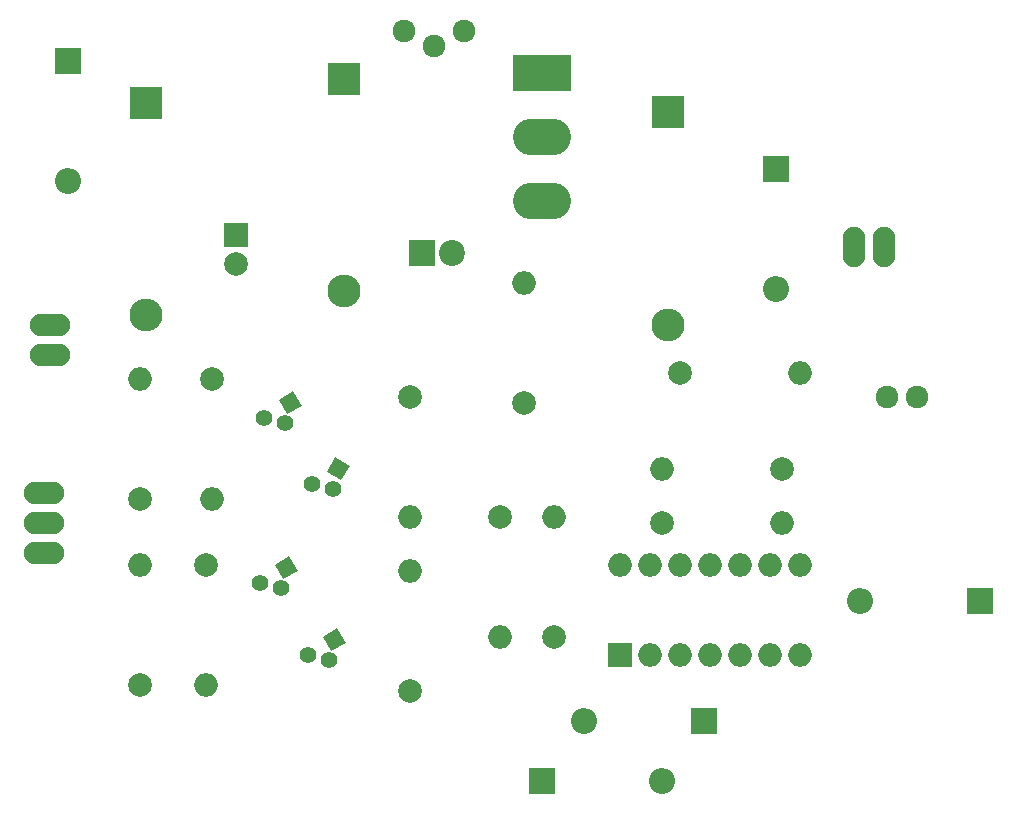
<source format=gbr>
G04 #@! TF.FileFunction,Soldermask,Top*
%FSLAX46Y46*%
G04 Gerber Fmt 4.6, Leading zero omitted, Abs format (unit mm)*
G04 Created by KiCad (PCBNEW 4.0.5) date 06/09/17 23:26:50*
%MOMM*%
%LPD*%
G01*
G04 APERTURE LIST*
%ADD10C,0.100000*%
%ADD11R,2.800000X2.800000*%
%ADD12O,2.800000X2.800000*%
%ADD13C,1.400000*%
%ADD14R,2.000000X2.000000*%
%ADD15C,2.000000*%
%ADD16R,2.200000X2.200000*%
%ADD17O,2.200000X2.200000*%
%ADD18C,2.200000*%
%ADD19O,3.414980X1.906220*%
%ADD20O,1.906220X3.414980*%
%ADD21O,2.000000X2.000000*%
%ADD22C,1.924000*%
%ADD23R,4.900000X3.100000*%
%ADD24O,4.900000X3.100000*%
G04 APERTURE END LIST*
D10*
D11*
X132080000Y-87884000D03*
D12*
X132080000Y-105884000D03*
D13*
X143807148Y-115018852D03*
X142072295Y-114554000D03*
D10*
G36*
X143315782Y-113027782D02*
X144528218Y-112327782D01*
X145228218Y-113540218D01*
X144015782Y-114240218D01*
X143315782Y-113027782D01*
X143315782Y-113027782D01*
G37*
D14*
X139700000Y-99060000D03*
D15*
X139700000Y-101560000D03*
D11*
X176276000Y-88680000D03*
D12*
X176276000Y-106680000D03*
D16*
X125476000Y-84328000D03*
D17*
X125476000Y-94488000D03*
D16*
X165608000Y-145288000D03*
D17*
X175768000Y-145288000D03*
D16*
X179324000Y-140208000D03*
D17*
X169164000Y-140208000D03*
D16*
X155448000Y-100584000D03*
D18*
X157988000Y-100584000D03*
D16*
X185420000Y-93472000D03*
D17*
X185420000Y-103632000D03*
D16*
X202692000Y-130048000D03*
D17*
X192532000Y-130048000D03*
D19*
X123952000Y-109220000D03*
X123952000Y-106680000D03*
X123444000Y-125984000D03*
X123444000Y-123444000D03*
X123444000Y-120904000D03*
D20*
X194564000Y-100076000D03*
X192024000Y-100076000D03*
D13*
X143466853Y-128988852D03*
X141732000Y-128524000D03*
D10*
G36*
X142975487Y-126997782D02*
X144187923Y-126297782D01*
X144887923Y-127510218D01*
X143675487Y-128210218D01*
X142975487Y-126997782D01*
X142975487Y-126997782D01*
G37*
D13*
X147871148Y-120606852D03*
X146136295Y-120142000D03*
D10*
G36*
X147379782Y-119128218D02*
X148079782Y-117915782D01*
X149292218Y-118615782D01*
X148592218Y-119828218D01*
X147379782Y-119128218D01*
X147379782Y-119128218D01*
G37*
D13*
X147530853Y-135084852D03*
X145796000Y-134620000D03*
D10*
G36*
X147039487Y-133093782D02*
X148251923Y-132393782D01*
X148951923Y-133606218D01*
X147739487Y-134306218D01*
X147039487Y-133093782D01*
X147039487Y-133093782D01*
G37*
D15*
X131572000Y-121412000D03*
D21*
X131572000Y-111252000D03*
D15*
X131572000Y-137160000D03*
D21*
X131572000Y-127000000D03*
D15*
X137668000Y-111252000D03*
D21*
X137668000Y-121412000D03*
D15*
X137160000Y-127000000D03*
D21*
X137160000Y-137160000D03*
D15*
X154432000Y-112776000D03*
D21*
X154432000Y-122936000D03*
D15*
X154432000Y-137668000D03*
D21*
X154432000Y-127508000D03*
D15*
X166624000Y-133096000D03*
D21*
X166624000Y-122936000D03*
D15*
X162052000Y-122936000D03*
D21*
X162052000Y-133096000D03*
D15*
X175768000Y-123444000D03*
D21*
X185928000Y-123444000D03*
D15*
X185928000Y-118872000D03*
D21*
X175768000Y-118872000D03*
D15*
X177292000Y-110744000D03*
D21*
X187452000Y-110744000D03*
D15*
X164084000Y-113284000D03*
D21*
X164084000Y-103124000D03*
D14*
X172212000Y-134620000D03*
D21*
X187452000Y-127000000D03*
X174752000Y-134620000D03*
X184912000Y-127000000D03*
X177292000Y-134620000D03*
X182372000Y-127000000D03*
X179832000Y-134620000D03*
X179832000Y-127000000D03*
X182372000Y-134620000D03*
X177292000Y-127000000D03*
X184912000Y-134620000D03*
X174752000Y-127000000D03*
X187452000Y-134620000D03*
X172212000Y-127000000D03*
D11*
X148844000Y-85852000D03*
D12*
X148844000Y-103852000D03*
D22*
X194818000Y-112776000D03*
X197358000Y-112776000D03*
D23*
X165608000Y-85344000D03*
D24*
X165608000Y-90794000D03*
X165608000Y-96244000D03*
D22*
X153924000Y-81788000D03*
X156464000Y-83058000D03*
X159004000Y-81788000D03*
M02*

</source>
